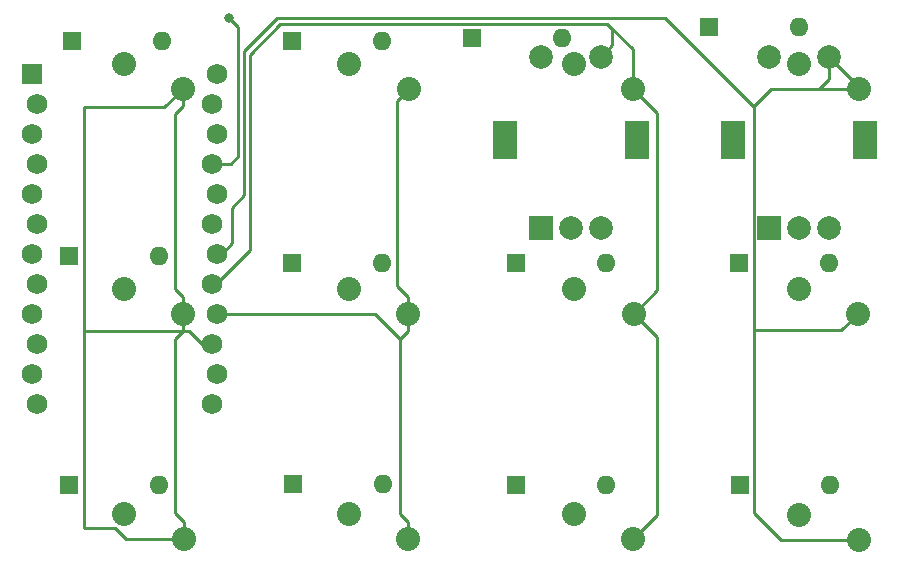
<source format=gbr>
G04 #@! TF.GenerationSoftware,KiCad,Pcbnew,(5.0.2)-1*
G04 #@! TF.CreationDate,2019-03-06T02:08:12-05:00*
G04 #@! TF.ProjectId,4x5macro,3478356d-6163-4726-9f2e-6b696361645f,rev?*
G04 #@! TF.SameCoordinates,Original*
G04 #@! TF.FileFunction,Copper,L2,Bot*
G04 #@! TF.FilePolarity,Positive*
%FSLAX46Y46*%
G04 Gerber Fmt 4.6, Leading zero omitted, Abs format (unit mm)*
G04 Created by KiCad (PCBNEW (5.0.2)-1) date 3/6/2019 2:08:12 AM*
%MOMM*%
%LPD*%
G01*
G04 APERTURE LIST*
G04 #@! TA.AperFunction,ComponentPad*
%ADD10C,2.032000*%
G04 #@! TD*
G04 #@! TA.AperFunction,ComponentPad*
%ADD11R,2.000000X2.000000*%
G04 #@! TD*
G04 #@! TA.AperFunction,ComponentPad*
%ADD12C,2.000000*%
G04 #@! TD*
G04 #@! TA.AperFunction,ComponentPad*
%ADD13R,2.000000X3.200000*%
G04 #@! TD*
G04 #@! TA.AperFunction,ComponentPad*
%ADD14C,1.752600*%
G04 #@! TD*
G04 #@! TA.AperFunction,ComponentPad*
%ADD15R,1.752600X1.752600*%
G04 #@! TD*
G04 #@! TA.AperFunction,ComponentPad*
%ADD16R,1.600000X1.600000*%
G04 #@! TD*
G04 #@! TA.AperFunction,ComponentPad*
%ADD17O,1.600000X1.600000*%
G04 #@! TD*
G04 #@! TA.AperFunction,ViaPad*
%ADD18C,0.800000*%
G04 #@! TD*
G04 #@! TA.AperFunction,Conductor*
%ADD19C,0.250000*%
G04 #@! TD*
G04 APERTURE END LIST*
D10*
G04 #@! TO.P,SW7,1*
G04 #@! TO.N,Net-(D6-Pad2)*
X58610500Y-66109000D03*
G04 #@! TO.P,SW7,2*
G04 #@! TO.N,Net-(SW5-Pad2)*
X63610500Y-68209000D03*
G04 #@! TD*
D11*
G04 #@! TO.P,SW1,A*
G04 #@! TO.N,Net-(SW1-PadA)*
X74930000Y-41910000D03*
D12*
G04 #@! TO.P,SW1,C*
G04 #@! TO.N,Net-(SW1-PadC)*
X77430000Y-41910000D03*
G04 #@! TO.P,SW1,B*
G04 #@! TO.N,Net-(SW1-PadB)*
X79930000Y-41910000D03*
D13*
G04 #@! TO.P,SW1,MP*
G04 #@! TO.N,N/C*
X71830000Y-34410000D03*
X83030000Y-34410000D03*
D12*
G04 #@! TO.P,SW1,S2*
G04 #@! TO.N,Net-(D7-Pad2)*
X74930000Y-27410000D03*
G04 #@! TO.P,SW1,S1*
G04 #@! TO.N,Net-(SW1-PadS1)*
X79930000Y-27410000D03*
G04 #@! TD*
D10*
G04 #@! TO.P,SW9,1*
G04 #@! TO.N,Net-(D8-Pad2)*
X77724000Y-47059000D03*
G04 #@! TO.P,SW9,2*
G04 #@! TO.N,Net-(SW1-PadS1)*
X82724000Y-49159000D03*
G04 #@! TD*
D11*
G04 #@! TO.P,SW14,A*
G04 #@! TO.N,Net-(SW14-PadA)*
X94234000Y-41910000D03*
D12*
G04 #@! TO.P,SW14,C*
G04 #@! TO.N,Net-(SW1-PadC)*
X96734000Y-41910000D03*
G04 #@! TO.P,SW14,B*
G04 #@! TO.N,Net-(SW14-PadB)*
X99234000Y-41910000D03*
D13*
G04 #@! TO.P,SW14,MP*
G04 #@! TO.N,N/C*
X91134000Y-34410000D03*
X102334000Y-34410000D03*
D12*
G04 #@! TO.P,SW14,S2*
G04 #@! TO.N,Net-(D10-Pad2)*
X94234000Y-27410000D03*
G04 #@! TO.P,SW14,S1*
G04 #@! TO.N,Net-(SW11-Pad2)*
X99234000Y-27410000D03*
G04 #@! TD*
D14*
G04 #@! TO.P,U1,24*
G04 #@! TO.N,Net-(U1-Pad24)*
X47472600Y-28829000D03*
G04 #@! TO.P,U1,12*
G04 #@! TO.N,Net-(D12-Pad1)*
X32232600Y-56769000D03*
G04 #@! TO.P,U1,23*
G04 #@! TO.N,Net-(SW1-PadC)*
X47015400Y-31369000D03*
G04 #@! TO.P,U1,22*
G04 #@! TO.N,Net-(U1-Pad22)*
X47472600Y-33909000D03*
G04 #@! TO.P,U1,21*
G04 #@! TO.N,Net-(D13-Pad1)*
X47015400Y-36449000D03*
G04 #@! TO.P,U1,20*
G04 #@! TO.N,Net-(SW1-PadA)*
X47472600Y-38989000D03*
G04 #@! TO.P,U1,19*
G04 #@! TO.N,Net-(SW1-PadB)*
X47015400Y-41529000D03*
G04 #@! TO.P,U1,18*
G04 #@! TO.N,Net-(SW11-Pad2)*
X47472600Y-44069000D03*
G04 #@! TO.P,U1,17*
G04 #@! TO.N,Net-(SW1-PadS1)*
X47015400Y-46609000D03*
G04 #@! TO.P,U1,16*
G04 #@! TO.N,Net-(SW5-Pad2)*
X47472600Y-49149000D03*
G04 #@! TO.P,U1,15*
G04 #@! TO.N,Net-(SW2-Pad2)*
X47015400Y-51689000D03*
G04 #@! TO.P,U1,14*
G04 #@! TO.N,Net-(SW14-PadA)*
X47472600Y-54229000D03*
G04 #@! TO.P,U1,13*
G04 #@! TO.N,Net-(SW14-PadB)*
X47015400Y-56769000D03*
G04 #@! TO.P,U1,11*
G04 #@! TO.N,Net-(D11-Pad1)*
X31775400Y-54229000D03*
G04 #@! TO.P,U1,10*
G04 #@! TO.N,Net-(U1-Pad10)*
X32232600Y-51689000D03*
G04 #@! TO.P,U1,9*
G04 #@! TO.N,Net-(U1-Pad9)*
X31775400Y-49149000D03*
G04 #@! TO.P,U1,8*
G04 #@! TO.N,Net-(U1-Pad8)*
X32232600Y-46609000D03*
G04 #@! TO.P,U1,7*
G04 #@! TO.N,Net-(D1-Pad1)*
X31775400Y-44069000D03*
G04 #@! TO.P,U1,6*
G04 #@! TO.N,Net-(U1-Pad6)*
X32232600Y-41529000D03*
G04 #@! TO.P,U1,5*
G04 #@! TO.N,Net-(D13-Pad4)*
X31775400Y-38989000D03*
G04 #@! TO.P,U1,4*
G04 #@! TO.N,Net-(D13-Pad3)*
X32232600Y-36449000D03*
G04 #@! TO.P,U1,3*
G04 #@! TO.N,Net-(U1-Pad3)*
X31775400Y-33909000D03*
G04 #@! TO.P,U1,2*
G04 #@! TO.N,Net-(U1-Pad2)*
X32232600Y-31369000D03*
D15*
G04 #@! TO.P,U1,1*
G04 #@! TO.N,Net-(U1-Pad1)*
X31775400Y-28829000D03*
G04 #@! TD*
D10*
G04 #@! TO.P,SW4,1*
G04 #@! TO.N,Net-(D3-Pad2)*
X39624000Y-66109000D03*
G04 #@! TO.P,SW4,2*
G04 #@! TO.N,Net-(SW2-Pad2)*
X44624000Y-68209000D03*
G04 #@! TD*
G04 #@! TO.P,SW6,1*
G04 #@! TO.N,Net-(D5-Pad2)*
X58610500Y-47059000D03*
G04 #@! TO.P,SW6,2*
G04 #@! TO.N,Net-(SW5-Pad2)*
X63610500Y-49159000D03*
G04 #@! TD*
D16*
G04 #@! TO.P,D11,1*
G04 #@! TO.N,Net-(D11-Pad1)*
X91694000Y-44831000D03*
D17*
G04 #@! TO.P,D11,2*
G04 #@! TO.N,Net-(D11-Pad2)*
X99314000Y-44831000D03*
G04 #@! TD*
D10*
G04 #@! TO.P,SW11,1*
G04 #@! TO.N,Net-(D10-Pad2)*
X96774000Y-28009000D03*
G04 #@! TO.P,SW11,2*
G04 #@! TO.N,Net-(SW11-Pad2)*
X101774000Y-30109000D03*
G04 #@! TD*
G04 #@! TO.P,SW3,1*
G04 #@! TO.N,Net-(D2-Pad2)*
X39560500Y-47059000D03*
G04 #@! TO.P,SW3,2*
G04 #@! TO.N,Net-(SW2-Pad2)*
X44560500Y-49159000D03*
G04 #@! TD*
G04 #@! TO.P,SW2,1*
G04 #@! TO.N,Net-(D1-Pad2)*
X39560500Y-28009000D03*
G04 #@! TO.P,SW2,2*
G04 #@! TO.N,Net-(SW2-Pad2)*
X44560500Y-30109000D03*
G04 #@! TD*
G04 #@! TO.P,SW5,1*
G04 #@! TO.N,Net-(D4-Pad2)*
X58674000Y-28009000D03*
G04 #@! TO.P,SW5,2*
G04 #@! TO.N,Net-(SW5-Pad2)*
X63674000Y-30109000D03*
G04 #@! TD*
G04 #@! TO.P,SW8,1*
G04 #@! TO.N,Net-(D7-Pad2)*
X77660500Y-28009000D03*
G04 #@! TO.P,SW8,2*
G04 #@! TO.N,Net-(SW1-PadS1)*
X82660500Y-30109000D03*
G04 #@! TD*
G04 #@! TO.P,SW10,1*
G04 #@! TO.N,Net-(D9-Pad2)*
X77660500Y-66109000D03*
G04 #@! TO.P,SW10,2*
G04 #@! TO.N,Net-(SW1-PadS1)*
X82660500Y-68209000D03*
G04 #@! TD*
G04 #@! TO.P,SW12,1*
G04 #@! TO.N,Net-(D11-Pad2)*
X96710500Y-47059000D03*
G04 #@! TO.P,SW12,2*
G04 #@! TO.N,Net-(SW11-Pad2)*
X101710500Y-49159000D03*
G04 #@! TD*
G04 #@! TO.P,SW13,1*
G04 #@! TO.N,Net-(D12-Pad2)*
X96774000Y-66172500D03*
G04 #@! TO.P,SW13,2*
G04 #@! TO.N,Net-(SW11-Pad2)*
X101774000Y-68272500D03*
G04 #@! TD*
D16*
G04 #@! TO.P,D1,1*
G04 #@! TO.N,Net-(D1-Pad1)*
X35179000Y-26035000D03*
D17*
G04 #@! TO.P,D1,2*
G04 #@! TO.N,Net-(D1-Pad2)*
X42799000Y-26035000D03*
G04 #@! TD*
G04 #@! TO.P,D2,2*
G04 #@! TO.N,Net-(D2-Pad2)*
X42545000Y-44259500D03*
D16*
G04 #@! TO.P,D2,1*
G04 #@! TO.N,Net-(D11-Pad1)*
X34925000Y-44259500D03*
G04 #@! TD*
D17*
G04 #@! TO.P,D3,2*
G04 #@! TO.N,Net-(D3-Pad2)*
X42545000Y-63627000D03*
D16*
G04 #@! TO.P,D3,1*
G04 #@! TO.N,Net-(D12-Pad1)*
X34925000Y-63627000D03*
G04 #@! TD*
G04 #@! TO.P,D4,1*
G04 #@! TO.N,Net-(D1-Pad1)*
X53848000Y-26035000D03*
D17*
G04 #@! TO.P,D4,2*
G04 #@! TO.N,Net-(D4-Pad2)*
X61468000Y-26035000D03*
G04 #@! TD*
D16*
G04 #@! TO.P,D5,1*
G04 #@! TO.N,Net-(D11-Pad1)*
X53848000Y-44831000D03*
D17*
G04 #@! TO.P,D5,2*
G04 #@! TO.N,Net-(D5-Pad2)*
X61468000Y-44831000D03*
G04 #@! TD*
D16*
G04 #@! TO.P,D6,1*
G04 #@! TO.N,Net-(D12-Pad1)*
X53911500Y-63563500D03*
D17*
G04 #@! TO.P,D6,2*
G04 #@! TO.N,Net-(D6-Pad2)*
X61531500Y-63563500D03*
G04 #@! TD*
D16*
G04 #@! TO.P,D7,1*
G04 #@! TO.N,Net-(D1-Pad1)*
X69088000Y-25844500D03*
D17*
G04 #@! TO.P,D7,2*
G04 #@! TO.N,Net-(D7-Pad2)*
X76708000Y-25844500D03*
G04 #@! TD*
G04 #@! TO.P,D8,2*
G04 #@! TO.N,Net-(D8-Pad2)*
X80391000Y-44831000D03*
D16*
G04 #@! TO.P,D8,1*
G04 #@! TO.N,Net-(D11-Pad1)*
X72771000Y-44831000D03*
G04 #@! TD*
D17*
G04 #@! TO.P,D9,2*
G04 #@! TO.N,Net-(D9-Pad2)*
X80391000Y-63627000D03*
D16*
G04 #@! TO.P,D9,1*
G04 #@! TO.N,Net-(D12-Pad1)*
X72771000Y-63627000D03*
G04 #@! TD*
D17*
G04 #@! TO.P,D10,2*
G04 #@! TO.N,Net-(D10-Pad2)*
X96774000Y-24892000D03*
D16*
G04 #@! TO.P,D10,1*
G04 #@! TO.N,Net-(D1-Pad1)*
X89154000Y-24892000D03*
G04 #@! TD*
D17*
G04 #@! TO.P,D12,2*
G04 #@! TO.N,Net-(D12-Pad2)*
X99377500Y-63627000D03*
D16*
G04 #@! TO.P,D12,1*
G04 #@! TO.N,Net-(D12-Pad1)*
X91757500Y-63627000D03*
G04 #@! TD*
D18*
G04 #@! TO.N,Net-(D13-Pad1)*
X48514000Y-24130000D03*
G04 #@! TD*
D19*
G04 #@! TO.N,Net-(SW2-Pad2)*
X36195000Y-33848474D02*
X36195000Y-33591500D01*
X36195000Y-33591500D02*
X36195000Y-50609500D01*
X37811446Y-50609500D02*
X36195000Y-50609500D01*
X45077625Y-50609500D02*
X37811446Y-50609500D01*
X46157125Y-51689000D02*
X45077625Y-50609500D01*
X47396400Y-51689000D02*
X46157125Y-51689000D01*
X42983000Y-31686500D02*
X44560500Y-30109000D01*
X36195000Y-33591500D02*
X36195000Y-31686500D01*
X36195000Y-31686500D02*
X42983000Y-31686500D01*
X44574160Y-50609500D02*
X44560500Y-50595840D01*
X45077625Y-50609500D02*
X44574160Y-50609500D01*
X43187160Y-68209000D02*
X44624000Y-68209000D01*
X39739318Y-68209000D02*
X43187160Y-68209000D01*
X38840318Y-67310000D02*
X39739318Y-68209000D01*
X36195000Y-67310000D02*
X38840318Y-67310000D01*
X36195000Y-67310000D02*
X36195000Y-50609500D01*
X44560500Y-47722160D02*
X44560500Y-49159000D01*
X43884599Y-47046259D02*
X44560500Y-47722160D01*
X43884599Y-32221741D02*
X43884599Y-47046259D01*
X44560500Y-31545840D02*
X43884599Y-32221741D01*
X44560500Y-30109000D02*
X44560500Y-31545840D01*
X44624000Y-66772160D02*
X44624000Y-68209000D01*
X43884599Y-66032759D02*
X44624000Y-66772160D01*
X43884599Y-51271741D02*
X43884599Y-66032759D01*
X44560500Y-50595840D02*
X43884599Y-51271741D01*
X44560500Y-49159000D02*
X44560500Y-50595840D01*
G04 #@! TO.N,Net-(SW5-Pad2)*
X63600500Y-49149000D02*
X63610500Y-49159000D01*
X63610500Y-47722160D02*
X63610500Y-49159000D01*
X62658001Y-46769661D02*
X63610500Y-47722160D01*
X62658001Y-31124999D02*
X62658001Y-46769661D01*
X63674000Y-30109000D02*
X62658001Y-31124999D01*
X63610500Y-66772160D02*
X63610500Y-68209000D01*
X62934599Y-66096259D02*
X63610500Y-66772160D01*
X62934599Y-51271741D02*
X62934599Y-66096259D01*
X63610500Y-50595840D02*
X62934599Y-51271741D01*
X63610500Y-49159000D02*
X63610500Y-50595840D01*
X60811858Y-49149000D02*
X62934599Y-51271741D01*
X47472600Y-49149000D02*
X60811858Y-49149000D01*
G04 #@! TO.N,Net-(SW11-Pad2)*
X92964000Y-50800000D02*
X92964000Y-50546000D01*
X92964000Y-50800000D02*
X92964000Y-52225946D01*
X92964000Y-50609500D02*
X92964000Y-50800000D01*
X100323500Y-50546000D02*
X101710500Y-49159000D01*
X92964000Y-50546000D02*
X100323500Y-50546000D01*
X95196500Y-68272500D02*
X92964000Y-66040000D01*
X101774000Y-68272500D02*
X95196500Y-68272500D01*
X92964000Y-52225946D02*
X92964000Y-66040000D01*
X47853600Y-44069000D02*
X48729899Y-43192701D01*
X48729899Y-43192701D02*
X48729899Y-40195501D01*
X49784000Y-39141400D02*
X49784000Y-26924000D01*
X49784000Y-26924000D02*
X52578000Y-24130000D01*
X48729899Y-40195501D02*
X49784000Y-39141400D01*
X52578000Y-24130000D02*
X85407500Y-24130000D01*
X92908999Y-50490999D02*
X92964000Y-50546000D01*
X94351000Y-30109000D02*
X92908999Y-31551001D01*
X92908999Y-31631499D02*
X88646000Y-27368500D01*
X92908999Y-32258000D02*
X92908999Y-31631499D01*
X88646000Y-27368500D02*
X88709500Y-27432000D01*
X85407500Y-24130000D02*
X88646000Y-27368500D01*
X92908999Y-32258000D02*
X92908999Y-50490999D01*
X92908999Y-31551001D02*
X92908999Y-32258000D01*
X101774000Y-29950000D02*
X101774000Y-30109000D01*
X99234000Y-27410000D02*
X101774000Y-29950000D01*
X97790000Y-30109000D02*
X98415000Y-30109000D01*
X97790000Y-30109000D02*
X94351000Y-30109000D01*
X101774000Y-30109000D02*
X97790000Y-30109000D01*
X99234000Y-29290000D02*
X99234000Y-27410000D01*
X98415000Y-30109000D02*
X99234000Y-29290000D01*
G04 #@! TO.N,Net-(D13-Pad1)*
X49276000Y-24892000D02*
X48514000Y-24130000D01*
X49276000Y-35814000D02*
X49276000Y-24892000D01*
X47396400Y-36449000D02*
X48641000Y-36449000D01*
X48641000Y-36449000D02*
X49276000Y-35814000D01*
G04 #@! TO.N,Net-(SW1-PadS1)*
X82660500Y-30109000D02*
X82660500Y-28672160D01*
X50234010Y-43771390D02*
X47396400Y-46609000D01*
X50234010Y-33528000D02*
X50234010Y-43771390D01*
X52832000Y-24638000D02*
X77158000Y-24638000D01*
X50234010Y-33528000D02*
X50234010Y-27235990D01*
X50234010Y-27235990D02*
X52832000Y-24638000D01*
X77158000Y-24638000D02*
X80518000Y-24638000D01*
X82660500Y-26780500D02*
X82660500Y-28672160D01*
X84355001Y-31803501D02*
X84381501Y-31803501D01*
X82660500Y-30109000D02*
X84355001Y-31803501D01*
X84381501Y-31803501D02*
X84709000Y-32131000D01*
X84709000Y-47174000D02*
X82724000Y-49159000D01*
X84709000Y-32131000D02*
X84709000Y-47174000D01*
X80929999Y-25049999D02*
X80645000Y-24765000D01*
X80929999Y-26410001D02*
X80929999Y-25049999D01*
X79930000Y-27410000D02*
X80929999Y-26410001D01*
X80518000Y-24638000D02*
X80645000Y-24765000D01*
X80645000Y-24765000D02*
X82660500Y-26780500D01*
X83676499Y-67193001D02*
X82660500Y-68209000D01*
X84709000Y-66160500D02*
X83676499Y-67193001D01*
X84709000Y-51144000D02*
X84709000Y-66160500D01*
X82724000Y-49159000D02*
X84709000Y-51144000D01*
G04 #@! TD*
M02*

</source>
